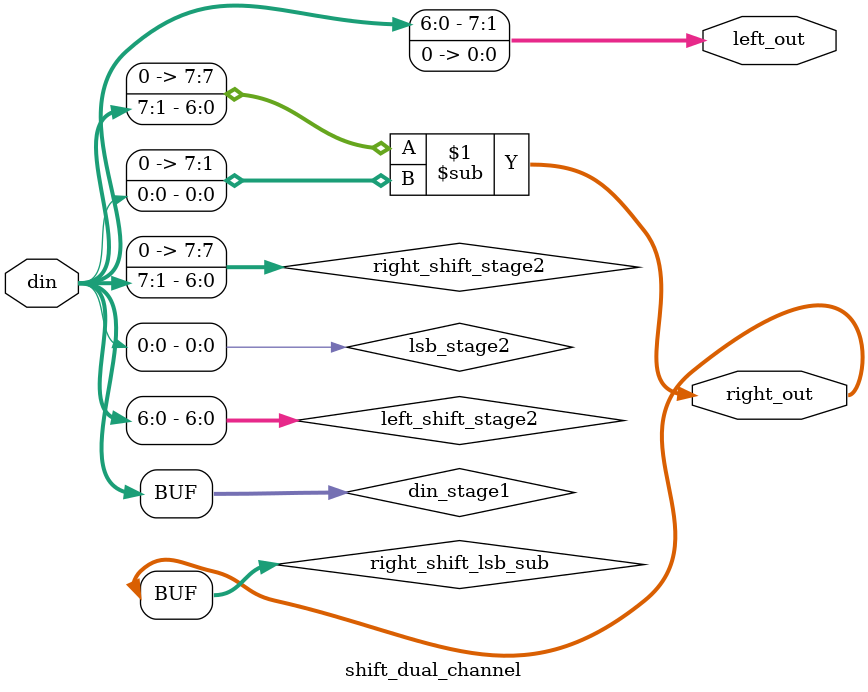
<source format=sv>
module shift_dual_channel #(
    parameter WIDTH = 8
)(
    input  wire [WIDTH-1:0] din,
    output wire [WIDTH-1:0] left_out,
    output wire [WIDTH-1:0] right_out
);

    // Pipeline stage 1: Capture input
    wire [WIDTH-1:0] din_stage1;
    assign din_stage1 = din;

    // Pipeline stage 2: Left shift and right shift pre-processing
    wire [WIDTH-2:0] left_shift_stage2;
    wire             lsb_stage2;
    wire [WIDTH-1:0] right_shift_stage2;

    assign left_shift_stage2 = din_stage1[WIDTH-2:0];
    assign lsb_stage2        = din_stage1[0];
    assign right_shift_stage2 = {1'b0, din_stage1[WIDTH-1:1]};

    // Pipeline stage 3: Output assignment
    assign left_out  = {left_shift_stage2, 1'b0};

    // Right shift with LSB subtraction
    wire [WIDTH-1:0] right_shift_lsb_sub;
    assign right_shift_lsb_sub = right_shift_stage2 - {{WIDTH-1{1'b0}}, lsb_stage2};
    assign right_out = right_shift_lsb_sub;

endmodule
</source>
